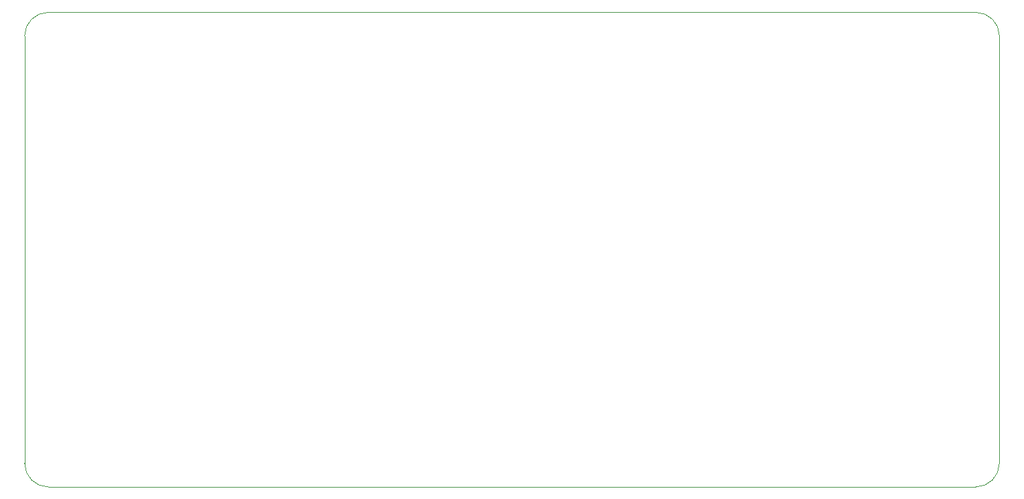
<source format=gbr>
%TF.GenerationSoftware,KiCad,Pcbnew,7.0.11-7.0.11~ubuntu22.04.1*%
%TF.CreationDate,2024-03-21T10:39:11+01:00*%
%TF.ProjectId,displayshield,64697370-6c61-4797-9368-69656c642e6b,rev?*%
%TF.SameCoordinates,Original*%
%TF.FileFunction,Profile,NP*%
%FSLAX46Y46*%
G04 Gerber Fmt 4.6, Leading zero omitted, Abs format (unit mm)*
G04 Created by KiCad (PCBNEW 7.0.11-7.0.11~ubuntu22.04.1) date 2024-03-21 10:39:11*
%MOMM*%
%LPD*%
G01*
G04 APERTURE LIST*
%TA.AperFunction,Profile*%
%ADD10C,0.050000*%
%TD*%
G04 APERTURE END LIST*
D10*
X103000000Y-113000000D02*
X103000000Y-59000000D01*
X106000000Y-56000000D02*
X223000000Y-56000000D01*
X106000000Y-56000000D02*
G75*
G03*
X103000000Y-59000000I0J-3000000D01*
G01*
X226000000Y-59000000D02*
X226000000Y-113000000D01*
X223000000Y-116000000D02*
X106000000Y-116000000D01*
X226000000Y-59000000D02*
G75*
G03*
X223000000Y-56000000I-3000000J0D01*
G01*
X223000000Y-116000000D02*
G75*
G03*
X226000000Y-113000000I0J3000000D01*
G01*
X103000000Y-113000000D02*
G75*
G03*
X106000000Y-116000000I3000000J0D01*
G01*
M02*

</source>
